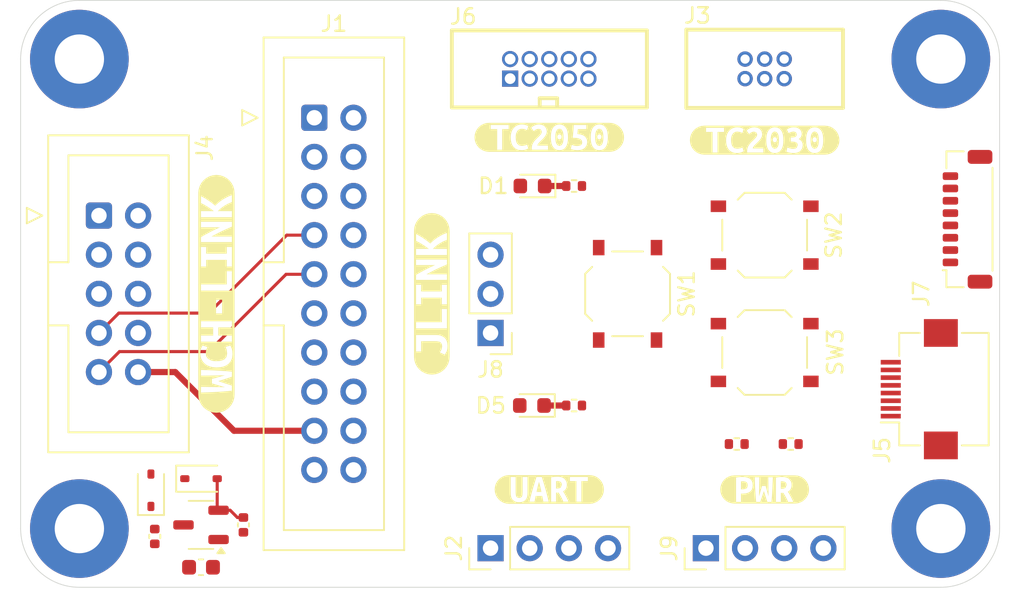
<source format=kicad_pcb>
(kicad_pcb (version 20241229) (generator "pcbnew") (generator_version "9.0")
  (layers (0 "F.Cu" signal) (2 "B.Cu" signal) (13 "F.Paste" user) (15 "B.Paste" user) (5 "F.SilkS" user "F.Silkscreen") (7 "B.SilkS" user "B.Silkscreen") (1 "F.Mask" user) (3 "B.Mask" user) (25 "Edge.Cuts" user))
  (net 0 "")
  (net 1 "Net-(D2-K)")
  (net 2 "/SW_NHIGH")
  (net 3 "/SW_NLOW")
  (net 14 "+3V3_GEN")
  (net 15 "Net-(D1-A)")
  (net 16 "/SWCLK")
  (net 17 "/~{RESET}")
  (net 18 "/SWDIO")
  (net 19 "/SWO")
  (net 20 "/HOST_TX")
  (net 21 "/HOST_RX")
  (net 22 "GND")
  (net 23 "+5V")
  (net 24 "+3V3")
  (net 28 "Net-(D1-K)")
  (net 29 "Net-(D5-K)")
  (footprint "LED_SMD:LED_0603_1608Metric" (layer "F.Cu") (at 147.5 88.25 180)
    (property "Reference" "D1" (at 2.54 0 0) (layer "F.SilkS"))
    (property "Value" "3V3_TARGET")
    (pad "1" smd roundrect (at -0.7875 0 180) (size 0.875 0.95) (layers "F.Cu" "F.Mask" "F.Paste") (net 28 "Net-(D1-K)"))
    (pad "2" smd roundrect (at 0.7875 0 180) (size 0.875 0.95) (layers "F.Cu" "F.Mask" "F.Paste") (net 15 "Net-(D1-A)"))
  )
  (footprint "Resistor_SMD:R_0402_1005Metric" (layer "F.Cu") (at 164.25 105 180)
    (property "Reference" "R4" (hide yes))
    (property "Value" "10k")
    (pad "1" smd roundrect (at -0.51 0 180) (size 0.54 0.64) (layers "F.Cu" "F.Mask" "F.Paste") (net 24 "+3V3"))
    (pad "2" smd roundrect (at 0.51 0 180) (size 0.54 0.64) (layers "F.Cu" "F.Mask" "F.Paste") (net 2 "/SW_NHIGH"))
  )
  (footprint "kibuzzard-695AAA74" (layer "F.Cu") (at 162.56 85.273891)
    (property "Reference" "kibuzzard-695AAA74" (hide yes))
    (property "Value" "G***" (hide yes))
  )
  (footprint "Connector_IDC:IDC-Header_2x05_P2.54mm_Vertical" (layer "F.Cu") (at 119.38 90.17)
    (property "Reference" "J4" (at 6.857347 -4.391958 90) (layer "F.SilkS"))
    (property "Value" "WCHLink")
    (pad "1" thru_hole roundrect (at 0 0) (size 1.7 1.7) (drill 1) (layers "*.Cu" "*.Mask") (roundrect_rratio 0.147059) (net 23 "+5V"))
    (pad "2" thru_hole circle (at 2.54 0) (size 1.7 1.7) (drill 1) (layers "*.Cu" "*.Mask") (net 17 "/~{RESET}"))
    (pad "3" thru_hole circle (at 0 2.54) (size 1.7 1.7) (drill 1) (layers "*.Cu" "*.Mask"))
    (pad "4" thru_hole circle (at 2.54 2.54) (size 1.7 1.7) (drill 1) (layers "*.Cu" "*.Mask"))
    (pad "5" thru_hole circle (at 0 5.08) (size 1.7 1.7) (drill 1) (layers "*.Cu" "*.Mask") (net 22 "GND"))
    (pad "6" thru_hole circle (at 2.54 5.08) (size 1.7 1.7) (drill 1) (layers "*.Cu" "*.Mask"))
    (pad "7" thru_hole circle (at 0 7.62) (size 1.7 1.7) (drill 1) (layers "*.Cu" "*.Mask") (net 18 "/SWDIO"))
    (pad "8" thru_hole circle (at 2.54 7.62) (size 1.7 1.7) (drill 1) (layers "*.Cu" "*.Mask") (net 20 "/HOST_TX"))
    (pad "9" thru_hole circle (at 0 10.16) (size 1.7 1.7) (drill 1) (layers "*.Cu" "*.Mask") (net 16 "/SWCLK"))
    (pad "10" thru_hole circle (at 2.54 10.16) (size 1.7 1.7) (drill 1) (layers "*.Cu" "*.Mask") (net 21 "/HOST_RX"))
  )
  (footprint "MountingHole:MountingHole_3.2mm_M3_Pad" (layer "F.Cu") (at 118.11 110.49)
    (property "Reference" "H2" (hide yes))
    (property "Value" "MountingHole")
    (pad "1" thru_hole circle (at 0 0) (size 6.4 6.4) (drill 3.2) (layers "*.Cu" "*.Mask"))
  )
  (footprint "Connector_PinHeader_2.54mm:PinHeader_1x04_P2.54mm_Vertical" (layer "F.Cu") (at 144.78 111.76 90)
    (property "Reference" "J2" (at 0 -2.38 90) (layer "F.SilkS"))
    (property "Value" "UART")
    (pad "1" thru_hole rect (at 0 0 90) (size 1.7 1.7) (drill 1) (layers "*.Cu" "*.Mask") (net 22 "GND"))
    (pad "2" thru_hole circle (at 0 2.54 90) (size 1.7 1.7) (drill 1) (layers "*.Cu" "*.Mask") (net 20 "/HOST_TX"))
    (pad "3" thru_hole circle (at 0 5.08 90) (size 1.7 1.7) (drill 1) (layers "*.Cu" "*.Mask") (net 21 "/HOST_RX"))
    (pad "4" thru_hole circle (at 0 7.62 90) (size 1.7 1.7) (drill 1) (layers "*.Cu" "*.Mask") (net 24 "+3V3"))
  )
  (footprint "MountingHole:MountingHole_3.2mm_M3_Pad" (layer "F.Cu") (at 173.99 110.49)
    (property "Reference" "H4" (hide yes))
    (property "Value" "MountingHole")
    (pad "1" thru_hole circle (at 0 0) (size 6.4 6.4) (drill 3.2) (layers "*.Cu" "*.Mask"))
  )
  (footprint "kibuzzard-695AAA64" (layer "F.Cu") (at 148.59 85.09)
    (property "Reference" "kibuzzard-695AAA64" (hide yes))
    (property "Value" "G***" (hide yes))
  )
  (footprint "Capacitor_SMD:C_0402_1005Metric" (layer "F.Cu") (at 128.75 110.25 -90)
    (property "Reference" "C3" (hide yes))
    (property "Value" "2.2u")
    (pad "1" smd roundrect (at -0.48 0 270) (size 0.56 0.62) (layers "F.Cu" "F.Mask" "F.Paste") (net 14 "+3V3_GEN"))
    (pad "2" smd roundrect (at 0.48 0 270) (size 0.56 0.62) (layers "F.Cu" "F.Mask" "F.Paste") (net 22 "GND"))
  )
  (footprint "Capacitor_SMD:C_0603_1608Metric" (layer "F.Cu") (at 126 113)
    (property "Reference" "C1" (hide yes))
    (property "Value" "10u")
    (pad "1" smd roundrect (at -0.775 0) (size 0.9 0.95) (layers "F.Cu" "F.Mask" "F.Paste") (net 1 "Net-(D2-K)"))
    (pad "2" smd roundrect (at 0.775 0) (size 0.9 0.95) (layers "F.Cu" "F.Mask" "F.Paste") (net 22 "GND"))
  )
  (footprint "Capacitor_SMD:C_0402_1005Metric" (layer "F.Cu") (at 123 111 -90)
    (property "Reference" "C2" (hide yes))
    (property "Value" "100n")
    (pad "1" smd roundrect (at -0.48 0 270) (size 0.56 0.62) (layers "F.Cu" "F.Mask" "F.Paste") (net 1 "Net-(D2-K)"))
    (pad "2" smd roundrect (at 0.48 0 270) (size 0.56 0.62) (layers "F.Cu" "F.Mask" "F.Paste") (net 22 "GND"))
  )
  (footprint "Connector_PinHeader_2.54mm:PinHeader_1x03_P2.54mm_Vertical" (layer "F.Cu") (at 144.78 97.79 180)
    (property "Reference" "J8" (at 0 -2.38 0) (layer "F.SilkS"))
    (property "Value" "PWR_SEL")
    (pad "1" thru_hole rect (at 0 0 180) (size 1.7 1.7) (drill 1) (layers "*.Cu" "*.Mask") (net 14 "+3V3_GEN"))
    (pad "2" thru_hole circle (at 0 2.54 180) (size 1.7 1.7) (drill 1) (layers "*.Cu" "*.Mask") (net 24 "+3V3"))
    (pad "3" thru_hole circle (at 0 5.08 180) (size 1.7 1.7) (drill 1) (layers "*.Cu" "*.Mask") (net 15 "Net-(D1-A)"))
  )
  (footprint "Resistor_SMD:R_0402_1005Metric" (layer "F.Cu") (at 150.2 88.25)
    (property "Reference" "R1" (hide yes))
    (property "Value" "220")
    (pad "1" smd roundrect (at -0.51 0) (size 0.54 0.64) (layers "F.Cu" "F.Mask" "F.Paste") (net 28 "Net-(D1-K)"))
    (pad "2" smd roundrect (at 0.51 0) (size 0.54 0.64) (layers "F.Cu" "F.Mask" "F.Paste") (net 22 "GND"))
  )
  (footprint "MountingHole:MountingHole_3.2mm_M3_Pad" (layer "F.Cu") (at 173.99 80.01)
    (property "Reference" "H3" (hide yes))
    (property "Value" "MountingHole")
    (pad "1" thru_hole circle (at 0 0) (size 6.4 6.4) (drill 3.2) (layers "*.Cu" "*.Mask"))
  )
  (footprint "_lib:CONN-TH_10P-P1.27_HX-JN1.27-2X5P-ZZ-H4.9" (layer "F.Cu") (at 148.59 80.65)
    (property "Reference" "J6" (at -5.580594 -3.395278 180) (layer "F.SilkS"))
    (property "Value" "TC2050")
    (pad "1" thru_hole rect (at -2.54 0.63) (size 1.05 1.05) (drill 0.700024) (layers "*.Cu" "*.Mask") (net 24 "+3V3"))
    (pad "2" thru_hole circle (at -2.54 -0.64) (size 1.05 1.05) (drill 0.700024) (layers "*.Cu" "*.Mask") (net 18 "/SWDIO"))
    (pad "3" thru_hole circle (at -1.27 0.63) (size 1.05 1.05) (drill 0.700024) (layers "*.Cu" "*.Mask") (net 22 "GND"))
    (pad "4" thru_hole circle (at -1.27 -0.64) (size 1.05 1.05) (drill 0.700024) (layers "*.Cu" "*.Mask") (net 16 "/SWCLK"))
    (pad "5" thru_hole circle (at 0 0.63) (size 1.05 1.05) (drill 0.700024) (layers "*.Cu" "*.Mask") (net 22 "GND"))
    (pad "6" thru_hole circle (at 0 -0.64) (size 1.05 1.05) (drill 0.700024) (layers "*.Cu" "*.Mask") (net 19 "/SWO"))
    (pad "7" thru_hole circle (at 1.27 0.63) (size 1.05 1.05) (drill 0.700024) (layers "*.Cu" "*.Mask"))
    (pad "8" thru_hole circle (at 1.27 -0.64) (size 1.05 1.05) (drill 0.700024) (layers "*.Cu" "*.Mask"))
    (pad "9" thru_hole circle (at 2.54 0.63) (size 1.05 1.05) (drill 0.700024) (layers "*.Cu" "*.Mask") (net 22 "GND"))
    (pad "10" thru_hole circle (at 2.54 -0.64) (size 1.05 1.05) (drill 0.700024) (layers "*.Cu" "*.Mask") (net 17 "/~{RESET}"))
  )
  (footprint "Package_TO_SOT_SMD:SOT-23-3" (layer "F.Cu") (at 126 110.25 180)
    (property "Reference" "U1" (hide yes))
    (property "Value" "XC6206P332MR-G")
    (pad "1" smd roundrect (at -1.1375 -0.95 180) (size 1.325 0.6) (layers "F.Cu" "F.Mask" "F.Paste") (net 22 "GND"))
    (pad "2" smd roundrect (at -1.1375 0.95 180) (size 1.325 0.6) (layers "F.Cu" "F.Mask" "F.Paste") (net 14 "+3V3_GEN"))
    (pad "3" smd roundrect (at 1.1375 0 180) (size 1.325 0.6) (layers "F.Cu" "F.Mask" "F.Paste") (net 1 "Net-(D2-K)"))
  )
  (footprint "kibuzzard-695ABB1F" (layer "F.Cu") (at 127 95.25 90)
    (property "Reference" "kibuzzard-695ABB1F" (hide yes))
    (property "Value" "G***" (hide yes))
  )
  (footprint "Button_Switch_SMD:SW_Push_1P1T_XKB_TS-1187A" (layer "F.Cu") (at 153.67 95.25 90)
    (property "Reference" "SW1" (at 0 3.83 90) (layer "F.SilkS"))
    (property "Value" "RESET")
    (pad "1" smd rect (at -3 -1.875 90) (size 1 0.75) (layers "F.Cu" "F.Mask" "F.Paste") (net 22 "GND"))
    (pad "1" smd rect (at 3 -1.875 90) (size 1 0.75) (layers "F.Cu" "F.Mask" "F.Paste") (net 22 "GND"))
    (pad "2" smd rect (at -3 1.875 90) (size 1 0.75) (layers "F.Cu" "F.Mask" "F.Paste") (net 17 "/~{RESET}"))
    (pad "2" smd rect (at 3 1.875 90) (size 1 0.75) (layers "F.Cu" "F.Mask" "F.Paste") (net 17 "/~{RESET}"))
  )
  (footprint "kibuzzard-695ABBBA" (layer "F.Cu") (at 148.59 107.95)
    (property "Reference" "kibuzzard-695ABBBA" (hide yes))
    (property "Value" "G***" (hide yes))
  )
  (footprint "Connector_Hirose:Hirose_DF52-8S-0.8H_1x08-1MP_P0.80mm_Horizontal" (layer "F.Cu") (at 175.72 90.41 90)
    (property "Reference" "J7" (at -4.84 -3 90) (layer "F.SilkS"))
    (property "Value" "DF52")
    (pad "1" smd roundrect (at -2.8 -1.11 90) (size 0.5 1) (layers "F.Cu" "F.Mask" "F.Paste") (net 24 "+3V3"))
    (pad "2" smd roundrect (at -2 -1.11 90) (size 0.5 1) (layers "F.Cu" "F.Mask" "F.Paste") (net 21 "/HOST_RX"))
    (pad "3" smd roundrect (at -1.2 -1.11 90) (size 0.5 1) (layers "F.Cu" "F.Mask" "F.Paste") (net 20 "/HOST_TX"))
    (pad "4" smd roundrect (at -0.4 -1.11 90) (size 0.5 1) (layers "F.Cu" "F.Mask" "F.Paste") (net 22 "GND"))
    (pad "5" smd roundrect (at 0.4 -1.11 90) (size 0.5 1) (layers "F.Cu" "F.Mask" "F.Paste") (net 18 "/SWDIO"))
    (pad "6" smd roundrect (at 1.2 -1.11 90) (size 0.5 1) (layers "F.Cu" "F.Mask" "F.Paste") (net 16 "/SWCLK"))
    (pad "7" smd roundrect (at 2 -1.11 90) (size 0.5 1) (layers "F.Cu" "F.Mask" "F.Paste") (net 17 "/~{RESET}"))
    (pad "8" smd roundrect (at 2.8 -1.11 90) (size 0.5 1) (layers "F.Cu" "F.Mask" "F.Paste") (net 22 "GND"))
    (pad "MP" smd roundrect (at -4.05 0.81 90) (size 0.9 1.6) (layers "F.Cu" "F.Mask" "F.Paste") (net 22 "GND"))
    (pad "MP" smd roundrect (at 4.05 0.81 90) (size 0.9 1.6) (layers "F.Cu" "F.Mask" "F.Paste") (net 22 "GND"))
  )
  (footprint "kibuzzard-695ABBC6" (layer "F.Cu") (at 162.56 107.95)
    (property "Reference" "kibuzzard-695ABBC6" (hide yes))
    (property "Value" "G***" (hide yes))
  )
  (footprint "Connector_PinHeader_2.54mm:PinHeader_1x04_P2.54mm_Vertical" (layer "F.Cu") (at 158.75 111.76 90)
    (property "Reference" "J9" (at 0 -2.38 90) (layer "F.SilkS"))
    (property "Value" "PWR_PIN")
    (pad "1" thru_hole rect (at 0 0 90) (size 1.7 1.7) (drill 1) (layers "*.Cu" "*.Mask") (net 22 "GND"))
    (pad "2" thru_hole circle (at 0 2.54 90) (size 1.7 1.7) (drill 1) (layers "*.Cu" "*.Mask") (net 3 "/SW_NLOW"))
    (pad "3" thru_hole circle (at 0 5.08 90) (size 1.7 1.7) (drill 1) (layers "*.Cu" "*.Mask") (net 2 "/SW_NHIGH"))
    (pad "4" thru_hole circle (at 0 7.62 90) (size 1.7 1.7) (drill 1) (layers "*.Cu" "*.Mask") (net 24 "+3V3"))
  )
  (footprint "Button_Switch_SMD:SW_Push_1P1T_XKB_TS-1187A" (layer "F.Cu") (at 162.56 99.06)
    (property "Reference" "SW3" (at 4.582481 -0.024307 90) (layer "F.SilkS"))
    (property "Value" "LOW")
    (pad "1" smd rect (at -3 -1.875) (size 1 0.75) (layers "F.Cu" "F.Mask" "F.Paste") (net 22 "GND"))
    (pad "1" smd rect (at 3 -1.875) (size 1 0.75) (layers "F.Cu" "F.Mask" "F.Paste") (net 22 "GND"))
    (pad "2" smd rect (at -3 1.875) (size 1 0.75) (layers "F.Cu" "F.Mask" "F.Paste") (net 2 "/SW_NHIGH"))
    (pad "2" smd rect (at 3 1.875) (size 1 0.75) (layers "F.Cu" "F.Mask" "F.Paste") (net 2 "/SW_NHIGH"))
  )
  (footprint "Diode_SMD:D_SOD-323" (layer "F.Cu") (at 122.75 108 90)
    (property "Reference" "D2" (hide yes))
    (property "Value" "BAT60JFILM")
    (pad "1" smd roundrect (at -1.05 0 90) (size 0.6 0.45) (layers "F.Cu" "F.Mask" "F.Paste") (net 1 "Net-(D2-K)"))
    (pad "2" smd roundrect (at 1.05 0 90) (size 0.6 0.45) (layers "F.Cu" "F.Mask" "F.Paste") (net 23 "+5V"))
  )
  (footprint "Resistor_SMD:R_0402_1005Metric" (layer "F.Cu") (at 150.2 102.5)
    (property "Reference" "R2" (hide yes))
    (property "Value" "220")
    (pad "1" smd roundrect (at -0.51 0) (size 0.54 0.64) (layers "F.Cu" "F.Mask" "F.Paste") (net 29 "Net-(D5-K)"))
    (pad "2" smd roundrect (at 0.51 0) (size 0.54 0.64) (layers "F.Cu" "F.Mask" "F.Paste") (net 22 "GND"))
  )
  (footprint "Resistor_SMD:R_0402_1005Metric" (layer "F.Cu") (at 160.75 105 180)
    (property "Reference" "R3" (hide yes))
    (property "Value" "10k")
    (pad "1" smd roundrect (at -0.51 0 180) (size 0.54 0.64) (layers "F.Cu" "F.Mask" "F.Paste") (net 3 "/SW_NLOW"))
    (pad "2" smd roundrect (at 0.51 0 180) (size 0.54 0.64) (layers "F.Cu" "F.Mask" "F.Paste") (net 22 "GND"))
  )
  (footprint "MountingHole:MountingHole_3.2mm_M3_Pad" (layer "F.Cu") (at 118.11 80.01)
    (property "Reference" "H1" (hide yes))
    (property "Value" "MountingHole")
    (pad "1" thru_hole circle (at 0 0) (size 6.4 6.4) (drill 3.2) (layers "*.Cu" "*.Mask"))
  )
  (footprint "Button_Switch_SMD:SW_Push_1P1T_XKB_TS-1187A" (layer "F.Cu") (at 162.56 91.44)
    (property "Reference" "SW2" (at 4.481078 0 90) (layer "F.SilkS"))
    (property "Value" "HIGH")
    (pad "1" smd rect (at -3 -1.875) (size 1 0.75) (layers "F.Cu" "F.Mask" "F.Paste") (net 3 "/SW_NLOW"))
    (pad "1" smd rect (at 3 -1.875) (size 1 0.75) (layers "F.Cu" "F.Mask" "F.Paste") (net 3 "/SW_NLOW"))
    (pad "2" smd rect (at -3 1.875) (size 1 0.75) (layers "F.Cu" "F.Mask" "F.Paste") (net 24 "+3V3"))
    (pad "2" smd rect (at 3 1.875) (size 1 0.75) (layers "F.Cu" "F.Mask" "F.Paste") (net 24 "+3V3"))
  )
  (footprint "Connector_IDC:IDC-Header_2x10_P2.54mm_Vertical" (layer "F.Cu") (at 133.35 83.82)
    (property "Reference" "J1" (at 1.27 -6.1 0) (layer "F.SilkS"))
    (property "Value" "JLink")
    (pad "1" thru_hole roundrect (at 0 0) (size 1.7 1.7) (drill 1) (layers "*.Cu" "*.Mask") (roundrect_rratio 0.147059) (net 24 "+3V3"))
    (pad "2" thru_hole circle (at 2.54 0) (size 1.7 1.7) (drill 1) (layers "*.Cu" "*.Mask"))
    (pad "3" thru_hole circle (at 0 2.54) (size 1.7 1.7) (drill 1) (layers "*.Cu" "*.Mask"))
    (pad "4" thru_hole circle (at 2.54 2.54) (size 1.7 1.7) (drill 1) (layers "*.Cu" "*.Mask") (net 22 "GND"))
    (pad "5" thru_hole circle (at 0 5.08) (size 1.7 1.7) (drill 1) (layers "*.Cu" "*.Mask") (net 20 "/HOST_TX"))
    (pad "6" thru_hole circle (at 2.54 5.08) (size 1.7 1.7) (drill 1) (layers "*.Cu" "*.Mask") (net 22 "GND"))
    (pad "7" thru_hole circle (at 0 7.62) (size 1.7 1.7) (drill 1) (layers "*.Cu" "*.Mask") (net 18 "/SWDIO"))
    (pad "8" thru_hole circle (at 2.54 7.62) (size 1.7 1.7) (drill 1) (layers "*.Cu" "*.Mask") (net 22 "GND"))
    (pad "9" thru_hole circle (at 0 10.16) (size 1.7 1.7) (drill 1) (layers "*.Cu" "*.Mask") (net 16 "/SWCLK"))
    (pad "10" thru_hole circle (at 2.54 10.16) (size 1.7 1.7) (drill 1) (layers "*.Cu" "*.Mask") (net 22 "GND"))
    (pad "11" thru_hole circle (at 0 12.7) (size 1.7 1.7) (drill 1) (layers "*.Cu" "*.Mask"))
    (pad "12" thru_hole circle (at 2.54 12.7) (size 1.7 1.7) (drill 1) (layers "*.Cu" "*.Mask") (net 22 "GND"))
    (pad "13" thru_hole circle (at 0 15.24) (size 1.7 1.7) (drill 1) (layers "*.Cu" "*.Mask") (net 19 "/SWO"))
    (pad "14" thru_hole circle (at 2.54 15.24) (size 1.7 1.7) (drill 1) (layers "*.Cu" "*.Mask"))
    (pad "15" thru_hole circle (at 0 17.78) (size 1.7 1.7) (drill 1) (layers "*.Cu" "*.Mask") (net 17 "/~{RESET}"))
    (pad "16" thru_hole circle (at 2.54 17.78) (size 1.7 1.7) (drill 1) (layers "*.Cu" "*.Mask"))
    (pad "17" thru_hole circle (at 0 20.32) (size 1.7 1.7) (drill 1) (layers "*.Cu" "*.Mask") (net 21 "/HOST_RX"))
    (pad "18" thru_hole circle (at 2.54 20.32) (size 1.7 1.7) (drill 1) (layers "*.Cu" "*.Mask"))
    (pad "19" thru_hole circle (at 0 22.86) (size 1.7 1.7) (drill 1) (layers "*.Cu" "*.Mask") (net 23 "+5V"))
    (pad "20" thru_hole circle (at 2.54 22.86) (size 1.7 1.7) (drill 1) (layers "*.Cu" "*.Mask"))
  )
  (footprint "LED_SMD:LED_0603_1608Metric" (layer "F.Cu") (at 147.4625 102.5 180)
    (property "Reference" "D5" (at 2.666913 -0.005106 0) (layer "F.SilkS"))
    (property "Value" "3V3_GEN")
    (pad "1" smd roundrect (at -0.7875 0 180) (size 0.875 0.95) (layers "F.Cu" "F.Mask" "F.Paste") (net 29 "Net-(D5-K)"))
    (pad "2" smd roundrect (at 0.7875 0 180) (size 0.875 0.95) (layers "F.Cu" "F.Mask" "F.Paste") (net 14 "+3V3_GEN"))
  )
  (footprint "Connector_FFC-FPC:Hirose_FH12-8S-0.5SH_1x08-1MP_P0.50mm_Horizontal" (layer "F.Cu") (at 172.59 101.44 90)
    (property "Reference" "J5" (at -3.97 -2.41 90) (layer "F.SilkS"))
    (property "Value" "FPC")
    (pad "1" smd rect (at -1.75 -1.85 90) (size 0.3 1.3) (layers "F.Cu" "F.Mask" "F.Paste") (net 24 "+3V3"))
    (pad "2" smd rect (at -1.25 -1.85 90) (size 0.3 1.3) (layers "F.Cu" "F.Mask" "F.Paste") (net 24 "+3V3"))
    (pad "3" smd rect (at -0.75 -1.85 90) (size 0.3 1.3) (layers "F.Cu" "F.Mask" "F.Paste") (net 22 "GND"))
    (pad "4" smd rect (at -0.25 -1.85 90) (size 0.3 1.3) (layers "F.Cu" "F.Mask" "F.Paste") (net 22 "GND"))
    (pad "5" smd rect (at 0.25 -1.85 90) (size 0.3 1.3) (layers "F.Cu" "F.Mask" "F.Paste") (net 18 "/SWDIO"))
    (pad "6" smd rect (at 0.75 -1.85 90) (size 0.3 1.3) (layers "F.Cu" "F.Mask" "F.Paste") (net 16 "/SWCLK"))
    (pad "7" smd rect (at 1.25 -1.85 90) (size 0.3 1.3) (layers "F.Cu" "F.Mask" "F.Paste") (net 19 "/SWO"))
    (pad "8" smd rect (at 1.75 -1.85 90) (size 0.3 1.3) (layers "F.Cu" "F.Mask" "F.Paste") (net 17 "/~{RESET}"))
    (pad "MP" smd rect (at -3.65 1.4 90) (size 1.8 2.2) (layers "F.Cu" "F.Mask" "F.Paste") (net 22 "GND"))
    (pad "MP" smd rect (at 3.65 1.4 90) (size 1.8 2.2) (layers "F.Cu" "F.Mask" "F.Paste") (net 22 "GND"))
  )
  (footprint "Diode_SMD:D_SOD-323" (layer "F.Cu") (at 126 107.25)
    (property "Reference" "D4" (hide yes))
    (property "Value" "BAT60JFILM")
    (pad "1" smd roundrect (at -1.05 0) (size 0.6 0.45) (layers "F.Cu" "F.Mask" "F.Paste") (net 1 "Net-(D2-K)"))
    (pad "2" smd roundrect (at 1.05 0) (size 0.6 0.45) (layers "F.Cu" "F.Mask" "F.Paste") (net 14 "+3V3_GEN"))
  )
  (footprint "_lib:CONN-TH_6P-P1.27_HX-JN1.27-2X3P-ZZ-H4.9" (layer "F.Cu") (at 162.56 80.64)
    (property "Reference" "J3" (at -4.359802 -3.452205 0) (layer "F.SilkS"))
    (property "Value" "TC2030")
    (pad "1" thru_hole circle (at -1.27 0.64) (size 1 1) (drill 0.599999) (layers "*.Cu" "*.Mask") (net 24 "+3V3"))
    (pad "2" thru_hole circle (at -1.27 -0.63) (size 1 1) (drill 0.599999) (layers "*.Cu" "*.Mask") (net 18 "/SWDIO"))
    (pad "3" thru_hole circle (at 0 0.64) (size 1 1) (drill 0.599999) (layers "*.Cu" "*.Mask") (net 17 "/~{RESET}"))
    (pad "4" thru_hole circle (at 0 -0.63) (size 1 1) (drill 0.599999) (layers "*.Cu" "*.Mask") (net 16 "/SWCLK"))
    (pad "5" thru_hole circle (at 1.27 0.64) (size 1 1) (drill 0.599999) (layers "*.Cu" "*.Mask") (net 22 "GND"))
    (pad "6" thru_hole circle (at 1.27 -0.63) (size 1 1) (drill 0.599999) (layers "*.Cu" "*.Mask"))
  )
  (footprint "kibuzzard-695AA98E" (layer "F.Cu") (at 140.97 95.25 90)
    (property "Reference" "kibuzzard-695AA98E" (hide yes))
    (property "Value" "G***" (hide yes))
  )
  (gr_line (start 173.99 76.2) (end 118.11 76.2) (stroke (width 0.05)) (layer "Edge.Cuts"))
  (gr_line (start 177.8 110.49) (end 177.8 80.01) (stroke (width 0.05)) (layer "Edge.Cuts"))
  (gr_line (start 114.3 110.49) (end 114.3 80.01) (stroke (width 0.05)) (layer "Edge.Cuts"))
  (gr_line (start 118.11 114.3) (end 173.99 114.3) (stroke (width 0.05)) (layer "Edge.Cuts"))
  (gr_arc (start 173.99 76.2) (mid 176.684077 77.315923) (end 177.8 80.01) (stroke (width 0.05)) (layer "Edge.Cuts"))
  (gr_arc (start 118.11 114.3) (mid 115.415923 113.184077) (end 114.3 110.49) (stroke (width 0.05)) (layer "Edge.Cuts"))
  (gr_arc (start 114.3 80.01) (mid 115.415923 77.315923) (end 118.11 76.2) (stroke (width 0.05)) (layer "Edge.Cuts"))
  (gr_arc (start 177.8 110.49) (mid 176.684077 113.184077) (end 173.99 114.3) (stroke (width 0.05)) (layer "Edge.Cuts"))
  (segment (start 127.05 109.2125) (end 127.05 107.25) (width 0.2) (layer "F.Cu") (net 14))
  (segment (start 128.360443 109.77) (end 128.75 109.77) (width 0.2) (layer "F.Cu") (net 14))
  (segment (start 127.1375 109.3) (end 127.890443 109.3) (width 0.2) (layer "F.Cu") (net 14))
  (segment (start 127.1375 109.3) (end 127.05 109.2125) (width 0.2) (layer "F.Cu") (net 14))
  (segment (start 127.890443 109.3) (end 128.360443 109.77) (width 0.2) (layer "F.Cu") (net 14))
  (segment (start 126.5 99) (end 131.52 93.98) (width 0.2) (layer "F.Cu") (net 16))
  (segment (start 119.38 100.33) (end 120.71 99) (width 0.2) (layer "F.Cu") (net 16))
  (segment (start 131.52 93.98) (end 133.35 93.98) (width 0.2) (layer "F.Cu") (net 16))
  (segment (start 120.71 99) (end 126.5 99) (width 0.2) (layer "F.Cu") (net 16))
  (segment (start 126.5 96.5) (end 131.56 91.44) (width 0.2) (layer "F.Cu") (net 18))
  (segment (start 120.67 96.5) (end 126.5 96.5) (width 0.2) (layer "F.Cu") (net 18))
  (segment (start 131.56 91.44) (end 133.35 91.44) (width 0.2) (layer "F.Cu") (net 18))
  (segment (start 119.38 97.79) (end 120.67 96.5) (width 0.2) (layer "F.Cu") (net 18))
  (segment (start 121.92 100.33) (end 124.33 100.33) (width 0.4) (layer "F.Cu") (net 21))
  (segment (start 124.33 100.33) (end 128.14 104.14) (width 0.4) (layer "F.Cu") (net 21))
  (segment (start 128.14 104.14) (end 133.35 104.14) (width 0.4) (layer "F.Cu") (net 21))
  (segment (start 148.2875 88.25) (end 149.69 88.25) (width 0.4) (layer "F.Cu") (net 28))
  (segment (start 148.25 102.5) (end 149.69 102.5) (width 0.4) (layer "F.Cu") (net 29))
)
</source>
